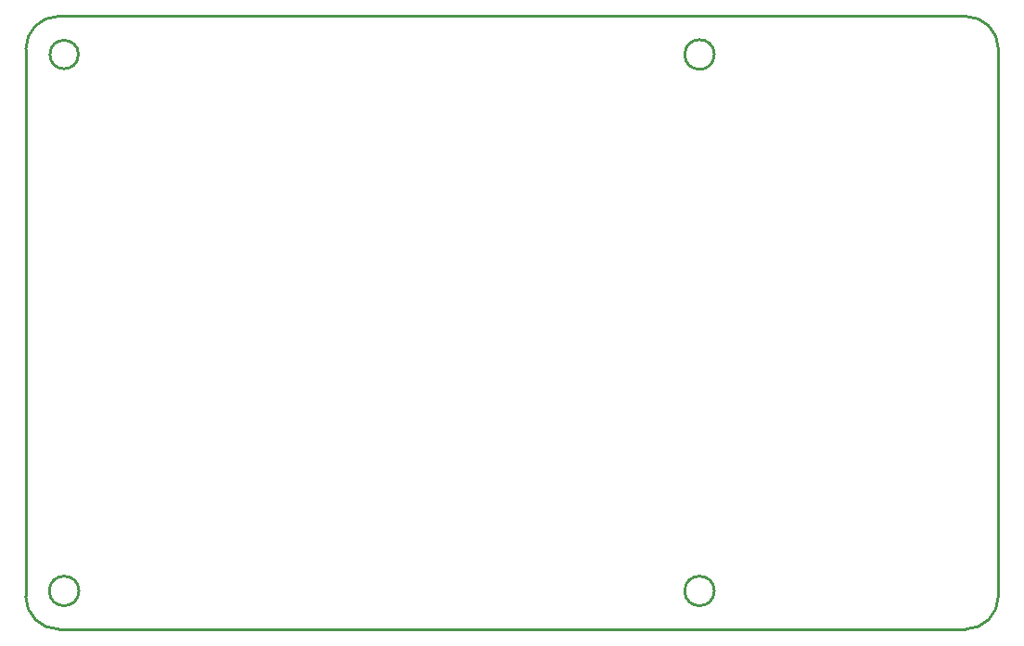
<source format=gbr>
%TF.GenerationSoftware,KiCad,Pcbnew,7.0.10*%
%TF.CreationDate,2024-12-22T17:19:54-08:00*%
%TF.ProjectId,mainbox2.1,6d61696e-626f-4783-922e-312e6b696361,rev?*%
%TF.SameCoordinates,Original*%
%TF.FileFunction,Profile,NP*%
%FSLAX46Y46*%
G04 Gerber Fmt 4.6, Leading zero omitted, Abs format (unit mm)*
G04 Created by KiCad (PCBNEW 7.0.10) date 2024-12-22 17:19:54*
%MOMM*%
%LPD*%
G01*
G04 APERTURE LIST*
%TA.AperFunction,Profile*%
%ADD10C,0.250000*%
%TD*%
G04 APERTURE END LIST*
D10*
X64676000Y-61620000D02*
G75*
G03*
X61676000Y-64620000I0J-3000000D01*
G01*
X90726000Y-117620000D02*
X104126000Y-117620000D01*
X150454700Y-64620000D02*
G75*
G03*
X147454680Y-61620000I-3000000J0D01*
G01*
X104126000Y-117620000D02*
X147454680Y-117620000D01*
X147454680Y-61620000D02*
X64676000Y-61620000D01*
X124526000Y-114120000D02*
G75*
G03*
X121826000Y-114120000I-1350000J0D01*
G01*
X121826000Y-114120000D02*
G75*
G03*
X124526000Y-114120000I1350000J0D01*
G01*
X147454680Y-117620080D02*
G75*
G03*
X150454680Y-114620000I20J2999980D01*
G01*
X64676000Y-117620000D02*
X77346000Y-117620000D01*
X124526000Y-65120000D02*
G75*
G03*
X121826000Y-65120000I-1350000J0D01*
G01*
X121826000Y-65120000D02*
G75*
G03*
X124526000Y-65120000I1350000J0D01*
G01*
X61676000Y-64620000D02*
X61676000Y-98220635D01*
X66476000Y-65120000D02*
G75*
G03*
X63876000Y-65120000I-1300000J0D01*
G01*
X63876000Y-65120000D02*
G75*
G03*
X66476000Y-65120000I1300000J0D01*
G01*
X77346000Y-117620000D02*
X90726000Y-117620000D01*
X150454680Y-114620000D02*
X150454680Y-64620000D01*
X61676000Y-114620000D02*
G75*
G03*
X64676000Y-117620000I3000000J0D01*
G01*
X66526000Y-114120000D02*
G75*
G03*
X63826000Y-114120000I-1350000J0D01*
G01*
X63826000Y-114120000D02*
G75*
G03*
X66526000Y-114120000I1350000J0D01*
G01*
X61676000Y-98220635D02*
X61676000Y-114620000D01*
M02*

</source>
